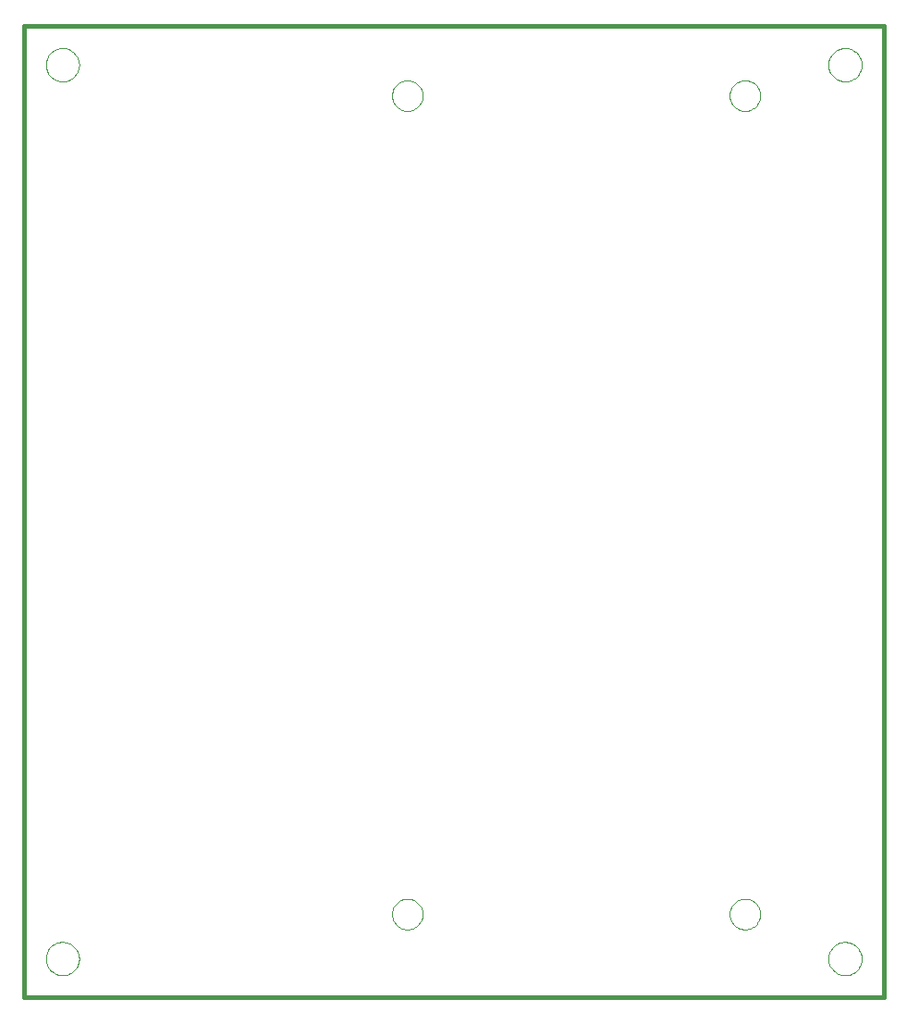
<source format=gtp>
G75*
G70*
%OFA0B0*%
%FSLAX24Y24*%
%IPPOS*%
%LPD*%
%AMOC8*
5,1,8,0,0,1.08239X$1,22.5*
%
%ADD10C,0.0160*%
%ADD11C,0.0000*%
D10*
X004183Y002689D02*
X035183Y002689D01*
X035183Y037689D01*
X004183Y037689D01*
X004183Y002689D01*
D11*
X004976Y004083D02*
X004978Y004132D01*
X004984Y004180D01*
X004994Y004228D01*
X005008Y004275D01*
X005025Y004321D01*
X005046Y004365D01*
X005071Y004407D01*
X005099Y004447D01*
X005131Y004485D01*
X005165Y004520D01*
X005202Y004552D01*
X005241Y004581D01*
X005283Y004607D01*
X005327Y004629D01*
X005372Y004647D01*
X005419Y004662D01*
X005466Y004673D01*
X005515Y004680D01*
X005564Y004683D01*
X005613Y004682D01*
X005661Y004677D01*
X005710Y004668D01*
X005757Y004655D01*
X005803Y004638D01*
X005847Y004618D01*
X005890Y004594D01*
X005931Y004567D01*
X005969Y004536D01*
X006005Y004503D01*
X006037Y004467D01*
X006067Y004428D01*
X006094Y004387D01*
X006117Y004343D01*
X006136Y004298D01*
X006152Y004252D01*
X006164Y004205D01*
X006172Y004156D01*
X006176Y004107D01*
X006176Y004059D01*
X006172Y004010D01*
X006164Y003961D01*
X006152Y003914D01*
X006136Y003868D01*
X006117Y003823D01*
X006094Y003779D01*
X006067Y003738D01*
X006037Y003699D01*
X006005Y003663D01*
X005969Y003630D01*
X005931Y003599D01*
X005890Y003572D01*
X005847Y003548D01*
X005803Y003528D01*
X005757Y003511D01*
X005710Y003498D01*
X005661Y003489D01*
X005613Y003484D01*
X005564Y003483D01*
X005515Y003486D01*
X005466Y003493D01*
X005419Y003504D01*
X005372Y003519D01*
X005327Y003537D01*
X005283Y003559D01*
X005241Y003585D01*
X005202Y003614D01*
X005165Y003646D01*
X005131Y003681D01*
X005099Y003719D01*
X005071Y003759D01*
X005046Y003801D01*
X005025Y003845D01*
X005008Y003891D01*
X004994Y003938D01*
X004984Y003986D01*
X004978Y004034D01*
X004976Y004083D01*
X017458Y005689D02*
X017460Y005736D01*
X017466Y005782D01*
X017476Y005828D01*
X017489Y005873D01*
X017507Y005916D01*
X017528Y005958D01*
X017552Y005998D01*
X017580Y006035D01*
X017611Y006070D01*
X017645Y006103D01*
X017681Y006132D01*
X017720Y006158D01*
X017761Y006181D01*
X017804Y006200D01*
X017848Y006216D01*
X017893Y006228D01*
X017939Y006236D01*
X017986Y006240D01*
X018032Y006240D01*
X018079Y006236D01*
X018125Y006228D01*
X018170Y006216D01*
X018214Y006200D01*
X018257Y006181D01*
X018298Y006158D01*
X018337Y006132D01*
X018373Y006103D01*
X018407Y006070D01*
X018438Y006035D01*
X018466Y005998D01*
X018490Y005958D01*
X018511Y005916D01*
X018529Y005873D01*
X018542Y005828D01*
X018552Y005782D01*
X018558Y005736D01*
X018560Y005689D01*
X018558Y005642D01*
X018552Y005596D01*
X018542Y005550D01*
X018529Y005505D01*
X018511Y005462D01*
X018490Y005420D01*
X018466Y005380D01*
X018438Y005343D01*
X018407Y005308D01*
X018373Y005275D01*
X018337Y005246D01*
X018298Y005220D01*
X018257Y005197D01*
X018214Y005178D01*
X018170Y005162D01*
X018125Y005150D01*
X018079Y005142D01*
X018032Y005138D01*
X017986Y005138D01*
X017939Y005142D01*
X017893Y005150D01*
X017848Y005162D01*
X017804Y005178D01*
X017761Y005197D01*
X017720Y005220D01*
X017681Y005246D01*
X017645Y005275D01*
X017611Y005308D01*
X017580Y005343D01*
X017552Y005380D01*
X017528Y005420D01*
X017507Y005462D01*
X017489Y005505D01*
X017476Y005550D01*
X017466Y005596D01*
X017460Y005642D01*
X017458Y005689D01*
X029632Y005689D02*
X029634Y005736D01*
X029640Y005782D01*
X029650Y005828D01*
X029663Y005873D01*
X029681Y005916D01*
X029702Y005958D01*
X029726Y005998D01*
X029754Y006035D01*
X029785Y006070D01*
X029819Y006103D01*
X029855Y006132D01*
X029894Y006158D01*
X029935Y006181D01*
X029978Y006200D01*
X030022Y006216D01*
X030067Y006228D01*
X030113Y006236D01*
X030160Y006240D01*
X030206Y006240D01*
X030253Y006236D01*
X030299Y006228D01*
X030344Y006216D01*
X030388Y006200D01*
X030431Y006181D01*
X030472Y006158D01*
X030511Y006132D01*
X030547Y006103D01*
X030581Y006070D01*
X030612Y006035D01*
X030640Y005998D01*
X030664Y005958D01*
X030685Y005916D01*
X030703Y005873D01*
X030716Y005828D01*
X030726Y005782D01*
X030732Y005736D01*
X030734Y005689D01*
X030732Y005642D01*
X030726Y005596D01*
X030716Y005550D01*
X030703Y005505D01*
X030685Y005462D01*
X030664Y005420D01*
X030640Y005380D01*
X030612Y005343D01*
X030581Y005308D01*
X030547Y005275D01*
X030511Y005246D01*
X030472Y005220D01*
X030431Y005197D01*
X030388Y005178D01*
X030344Y005162D01*
X030299Y005150D01*
X030253Y005142D01*
X030206Y005138D01*
X030160Y005138D01*
X030113Y005142D01*
X030067Y005150D01*
X030022Y005162D01*
X029978Y005178D01*
X029935Y005197D01*
X029894Y005220D01*
X029855Y005246D01*
X029819Y005275D01*
X029785Y005308D01*
X029754Y005343D01*
X029726Y005380D01*
X029702Y005420D01*
X029681Y005462D01*
X029663Y005505D01*
X029650Y005550D01*
X029640Y005596D01*
X029634Y005642D01*
X029632Y005689D01*
X033189Y004083D02*
X033191Y004132D01*
X033197Y004180D01*
X033207Y004228D01*
X033221Y004275D01*
X033238Y004321D01*
X033259Y004365D01*
X033284Y004407D01*
X033312Y004447D01*
X033344Y004485D01*
X033378Y004520D01*
X033415Y004552D01*
X033454Y004581D01*
X033496Y004607D01*
X033540Y004629D01*
X033585Y004647D01*
X033632Y004662D01*
X033679Y004673D01*
X033728Y004680D01*
X033777Y004683D01*
X033826Y004682D01*
X033874Y004677D01*
X033923Y004668D01*
X033970Y004655D01*
X034016Y004638D01*
X034060Y004618D01*
X034103Y004594D01*
X034144Y004567D01*
X034182Y004536D01*
X034218Y004503D01*
X034250Y004467D01*
X034280Y004428D01*
X034307Y004387D01*
X034330Y004343D01*
X034349Y004298D01*
X034365Y004252D01*
X034377Y004205D01*
X034385Y004156D01*
X034389Y004107D01*
X034389Y004059D01*
X034385Y004010D01*
X034377Y003961D01*
X034365Y003914D01*
X034349Y003868D01*
X034330Y003823D01*
X034307Y003779D01*
X034280Y003738D01*
X034250Y003699D01*
X034218Y003663D01*
X034182Y003630D01*
X034144Y003599D01*
X034103Y003572D01*
X034060Y003548D01*
X034016Y003528D01*
X033970Y003511D01*
X033923Y003498D01*
X033874Y003489D01*
X033826Y003484D01*
X033777Y003483D01*
X033728Y003486D01*
X033679Y003493D01*
X033632Y003504D01*
X033585Y003519D01*
X033540Y003537D01*
X033496Y003559D01*
X033454Y003585D01*
X033415Y003614D01*
X033378Y003646D01*
X033344Y003681D01*
X033312Y003719D01*
X033284Y003759D01*
X033259Y003801D01*
X033238Y003845D01*
X033221Y003891D01*
X033207Y003938D01*
X033197Y003986D01*
X033191Y004034D01*
X033189Y004083D01*
X029632Y035185D02*
X029634Y035232D01*
X029640Y035278D01*
X029650Y035324D01*
X029663Y035369D01*
X029681Y035412D01*
X029702Y035454D01*
X029726Y035494D01*
X029754Y035531D01*
X029785Y035566D01*
X029819Y035599D01*
X029855Y035628D01*
X029894Y035654D01*
X029935Y035677D01*
X029978Y035696D01*
X030022Y035712D01*
X030067Y035724D01*
X030113Y035732D01*
X030160Y035736D01*
X030206Y035736D01*
X030253Y035732D01*
X030299Y035724D01*
X030344Y035712D01*
X030388Y035696D01*
X030431Y035677D01*
X030472Y035654D01*
X030511Y035628D01*
X030547Y035599D01*
X030581Y035566D01*
X030612Y035531D01*
X030640Y035494D01*
X030664Y035454D01*
X030685Y035412D01*
X030703Y035369D01*
X030716Y035324D01*
X030726Y035278D01*
X030732Y035232D01*
X030734Y035185D01*
X030732Y035138D01*
X030726Y035092D01*
X030716Y035046D01*
X030703Y035001D01*
X030685Y034958D01*
X030664Y034916D01*
X030640Y034876D01*
X030612Y034839D01*
X030581Y034804D01*
X030547Y034771D01*
X030511Y034742D01*
X030472Y034716D01*
X030431Y034693D01*
X030388Y034674D01*
X030344Y034658D01*
X030299Y034646D01*
X030253Y034638D01*
X030206Y034634D01*
X030160Y034634D01*
X030113Y034638D01*
X030067Y034646D01*
X030022Y034658D01*
X029978Y034674D01*
X029935Y034693D01*
X029894Y034716D01*
X029855Y034742D01*
X029819Y034771D01*
X029785Y034804D01*
X029754Y034839D01*
X029726Y034876D01*
X029702Y034916D01*
X029681Y034958D01*
X029663Y035001D01*
X029650Y035046D01*
X029640Y035092D01*
X029634Y035138D01*
X029632Y035185D01*
X033189Y036295D02*
X033191Y036344D01*
X033197Y036392D01*
X033207Y036440D01*
X033221Y036487D01*
X033238Y036533D01*
X033259Y036577D01*
X033284Y036619D01*
X033312Y036659D01*
X033344Y036697D01*
X033378Y036732D01*
X033415Y036764D01*
X033454Y036793D01*
X033496Y036819D01*
X033540Y036841D01*
X033585Y036859D01*
X033632Y036874D01*
X033679Y036885D01*
X033728Y036892D01*
X033777Y036895D01*
X033826Y036894D01*
X033874Y036889D01*
X033923Y036880D01*
X033970Y036867D01*
X034016Y036850D01*
X034060Y036830D01*
X034103Y036806D01*
X034144Y036779D01*
X034182Y036748D01*
X034218Y036715D01*
X034250Y036679D01*
X034280Y036640D01*
X034307Y036599D01*
X034330Y036555D01*
X034349Y036510D01*
X034365Y036464D01*
X034377Y036417D01*
X034385Y036368D01*
X034389Y036319D01*
X034389Y036271D01*
X034385Y036222D01*
X034377Y036173D01*
X034365Y036126D01*
X034349Y036080D01*
X034330Y036035D01*
X034307Y035991D01*
X034280Y035950D01*
X034250Y035911D01*
X034218Y035875D01*
X034182Y035842D01*
X034144Y035811D01*
X034103Y035784D01*
X034060Y035760D01*
X034016Y035740D01*
X033970Y035723D01*
X033923Y035710D01*
X033874Y035701D01*
X033826Y035696D01*
X033777Y035695D01*
X033728Y035698D01*
X033679Y035705D01*
X033632Y035716D01*
X033585Y035731D01*
X033540Y035749D01*
X033496Y035771D01*
X033454Y035797D01*
X033415Y035826D01*
X033378Y035858D01*
X033344Y035893D01*
X033312Y035931D01*
X033284Y035971D01*
X033259Y036013D01*
X033238Y036057D01*
X033221Y036103D01*
X033207Y036150D01*
X033197Y036198D01*
X033191Y036246D01*
X033189Y036295D01*
X017458Y035185D02*
X017460Y035232D01*
X017466Y035278D01*
X017476Y035324D01*
X017489Y035369D01*
X017507Y035412D01*
X017528Y035454D01*
X017552Y035494D01*
X017580Y035531D01*
X017611Y035566D01*
X017645Y035599D01*
X017681Y035628D01*
X017720Y035654D01*
X017761Y035677D01*
X017804Y035696D01*
X017848Y035712D01*
X017893Y035724D01*
X017939Y035732D01*
X017986Y035736D01*
X018032Y035736D01*
X018079Y035732D01*
X018125Y035724D01*
X018170Y035712D01*
X018214Y035696D01*
X018257Y035677D01*
X018298Y035654D01*
X018337Y035628D01*
X018373Y035599D01*
X018407Y035566D01*
X018438Y035531D01*
X018466Y035494D01*
X018490Y035454D01*
X018511Y035412D01*
X018529Y035369D01*
X018542Y035324D01*
X018552Y035278D01*
X018558Y035232D01*
X018560Y035185D01*
X018558Y035138D01*
X018552Y035092D01*
X018542Y035046D01*
X018529Y035001D01*
X018511Y034958D01*
X018490Y034916D01*
X018466Y034876D01*
X018438Y034839D01*
X018407Y034804D01*
X018373Y034771D01*
X018337Y034742D01*
X018298Y034716D01*
X018257Y034693D01*
X018214Y034674D01*
X018170Y034658D01*
X018125Y034646D01*
X018079Y034638D01*
X018032Y034634D01*
X017986Y034634D01*
X017939Y034638D01*
X017893Y034646D01*
X017848Y034658D01*
X017804Y034674D01*
X017761Y034693D01*
X017720Y034716D01*
X017681Y034742D01*
X017645Y034771D01*
X017611Y034804D01*
X017580Y034839D01*
X017552Y034876D01*
X017528Y034916D01*
X017507Y034958D01*
X017489Y035001D01*
X017476Y035046D01*
X017466Y035092D01*
X017460Y035138D01*
X017458Y035185D01*
X004976Y036295D02*
X004978Y036344D01*
X004984Y036392D01*
X004994Y036440D01*
X005008Y036487D01*
X005025Y036533D01*
X005046Y036577D01*
X005071Y036619D01*
X005099Y036659D01*
X005131Y036697D01*
X005165Y036732D01*
X005202Y036764D01*
X005241Y036793D01*
X005283Y036819D01*
X005327Y036841D01*
X005372Y036859D01*
X005419Y036874D01*
X005466Y036885D01*
X005515Y036892D01*
X005564Y036895D01*
X005613Y036894D01*
X005661Y036889D01*
X005710Y036880D01*
X005757Y036867D01*
X005803Y036850D01*
X005847Y036830D01*
X005890Y036806D01*
X005931Y036779D01*
X005969Y036748D01*
X006005Y036715D01*
X006037Y036679D01*
X006067Y036640D01*
X006094Y036599D01*
X006117Y036555D01*
X006136Y036510D01*
X006152Y036464D01*
X006164Y036417D01*
X006172Y036368D01*
X006176Y036319D01*
X006176Y036271D01*
X006172Y036222D01*
X006164Y036173D01*
X006152Y036126D01*
X006136Y036080D01*
X006117Y036035D01*
X006094Y035991D01*
X006067Y035950D01*
X006037Y035911D01*
X006005Y035875D01*
X005969Y035842D01*
X005931Y035811D01*
X005890Y035784D01*
X005847Y035760D01*
X005803Y035740D01*
X005757Y035723D01*
X005710Y035710D01*
X005661Y035701D01*
X005613Y035696D01*
X005564Y035695D01*
X005515Y035698D01*
X005466Y035705D01*
X005419Y035716D01*
X005372Y035731D01*
X005327Y035749D01*
X005283Y035771D01*
X005241Y035797D01*
X005202Y035826D01*
X005165Y035858D01*
X005131Y035893D01*
X005099Y035931D01*
X005071Y035971D01*
X005046Y036013D01*
X005025Y036057D01*
X005008Y036103D01*
X004994Y036150D01*
X004984Y036198D01*
X004978Y036246D01*
X004976Y036295D01*
M02*

</source>
